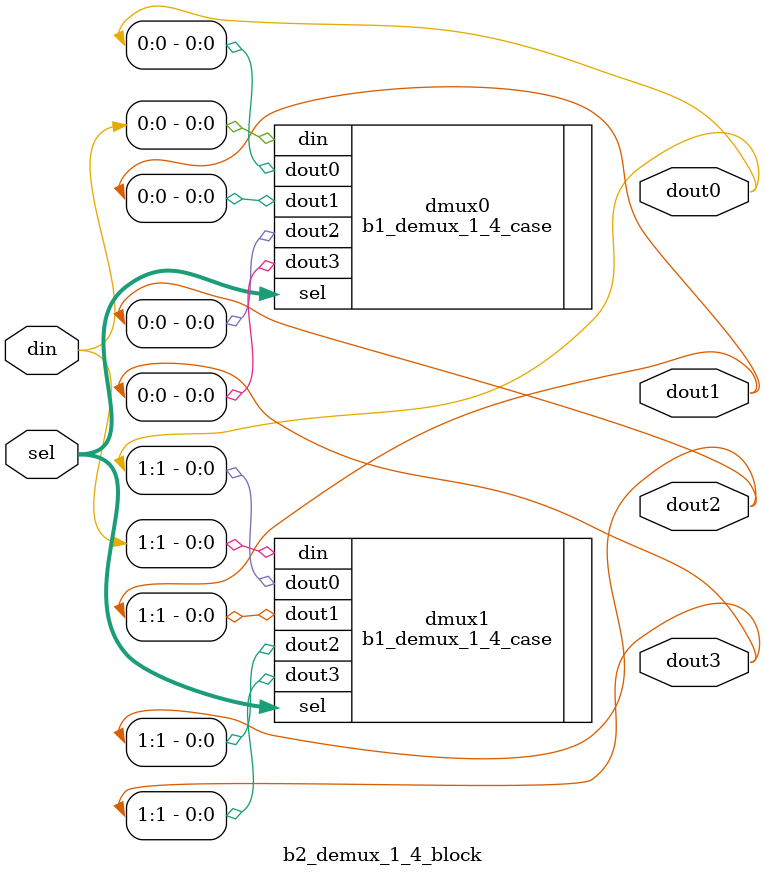
<source format=v>

`define MUX_TYPE b1_demux_1_4_case

module b2_demux_1_4_block
(
    input   [1:0] din,
    input   [1:0] sel,
    output  [1:0] dout0,
    output  [1:0] dout1,
    output  [1:0] dout2,
    output  [1:0] dout3
);
     
    `MUX_TYPE dmux0
     (  
        .din    ( din   [0] ),
        .sel    ( sel       ),
        .dout0  ( dout0 [0] ),
        .dout1  ( dout1 [0] ),
        .dout2  ( dout2 [0] ),
        .dout3  ( dout3 [0] ) 
    );

    `MUX_TYPE dmux1
    (
        .din    ( din   [1] ),
        .sel    ( sel       ),
        .dout0  ( dout0 [1] ),
        .dout1  ( dout1 [1] ),
        .dout2  ( dout2 [1] ),
        .dout3  ( dout3 [1] ) 
    );

endmodule

</source>
